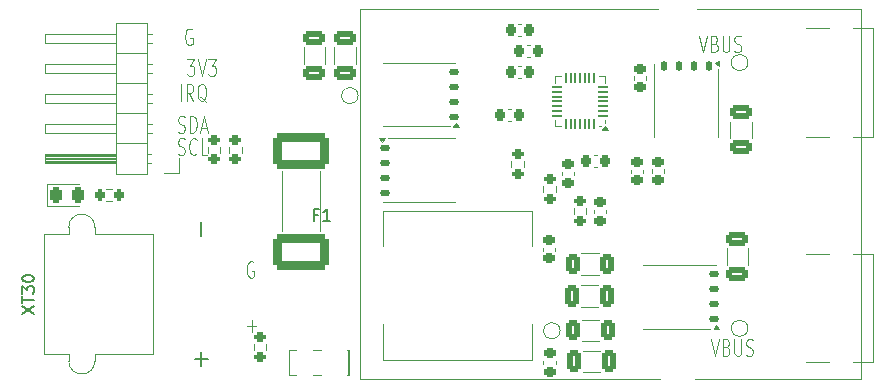
<source format=gto>
G04 #@! TF.GenerationSoftware,KiCad,Pcbnew,8.0.3*
G04 #@! TF.CreationDate,2024-07-01T21:16:25+08:00*
G04 #@! TF.ProjectId,PD board,50442062-6f61-4726-942e-6b696361645f,rev?*
G04 #@! TF.SameCoordinates,Original*
G04 #@! TF.FileFunction,Legend,Top*
G04 #@! TF.FilePolarity,Positive*
%FSLAX46Y46*%
G04 Gerber Fmt 4.6, Leading zero omitted, Abs format (unit mm)*
G04 Created by KiCad (PCBNEW 8.0.3) date 2024-07-01 21:16:25*
%MOMM*%
%LPD*%
G01*
G04 APERTURE LIST*
G04 Aperture macros list*
%AMRoundRect*
0 Rectangle with rounded corners*
0 $1 Rounding radius*
0 $2 $3 $4 $5 $6 $7 $8 $9 X,Y pos of 4 corners*
0 Add a 4 corners polygon primitive as box body*
4,1,4,$2,$3,$4,$5,$6,$7,$8,$9,$2,$3,0*
0 Add four circle primitives for the rounded corners*
1,1,$1+$1,$2,$3*
1,1,$1+$1,$4,$5*
1,1,$1+$1,$6,$7*
1,1,$1+$1,$8,$9*
0 Add four rect primitives between the rounded corners*
20,1,$1+$1,$2,$3,$4,$5,0*
20,1,$1+$1,$4,$5,$6,$7,0*
20,1,$1+$1,$6,$7,$8,$9,0*
20,1,$1+$1,$8,$9,$2,$3,0*%
%AMFreePoly0*
4,1,17,2.675000,1.605000,1.875000,1.605000,1.875000,0.935000,2.675000,0.935000,2.675000,0.335000,1.875000,0.335000,1.875000,-0.335000,2.675000,-0.335000,2.675000,-0.935000,1.875000,-0.935000,1.875000,-1.605000,2.675000,-1.605000,2.675000,-2.205000,-1.875000,-2.205000,-1.875000,2.205000,2.675000,2.205000,2.675000,1.605000,2.675000,1.605000,$1*%
G04 Aperture macros list end*
%ADD10C,0.100000*%
%ADD11C,0.150000*%
%ADD12C,0.120000*%
%ADD13C,1.400000*%
%ADD14R,3.500000X3.500000*%
%ADD15C,3.500000*%
%ADD16RoundRect,0.225000X-0.250000X0.225000X-0.250000X-0.225000X0.250000X-0.225000X0.250000X0.225000X0*%
%ADD17RoundRect,0.375000X-2.000000X1.125000X-2.000000X-1.125000X2.000000X-1.125000X2.000000X1.125000X0*%
%ADD18RoundRect,0.225000X0.225000X0.250000X-0.225000X0.250000X-0.225000X-0.250000X0.225000X-0.250000X0*%
%ADD19RoundRect,0.250000X-0.650000X0.325000X-0.650000X-0.325000X0.650000X-0.325000X0.650000X0.325000X0*%
%ADD20RoundRect,0.062500X0.350000X0.062500X-0.350000X0.062500X-0.350000X-0.062500X0.350000X-0.062500X0*%
%ADD21RoundRect,0.062500X0.062500X0.350000X-0.062500X0.350000X-0.062500X-0.350000X0.062500X-0.350000X0*%
%ADD22R,2.400000X2.400000*%
%ADD23C,1.000000*%
%ADD24RoundRect,0.243750X-0.243750X-0.456250X0.243750X-0.456250X0.243750X0.456250X-0.243750X0.456250X0*%
%ADD25R,2.900000X5.400000*%
%ADD26RoundRect,0.250000X-0.325000X-0.650000X0.325000X-0.650000X0.325000X0.650000X-0.325000X0.650000X0*%
%ADD27FreePoly0,0.000000*%
%ADD28RoundRect,0.125000X-0.300000X-0.125000X0.300000X-0.125000X0.300000X0.125000X-0.300000X0.125000X0*%
%ADD29C,0.650000*%
%ADD30R,1.240000X0.600000*%
%ADD31R,1.240000X0.300000*%
%ADD32O,2.100000X1.000000*%
%ADD33O,1.800000X1.000000*%
%ADD34RoundRect,0.200000X0.275000X-0.200000X0.275000X0.200000X-0.275000X0.200000X-0.275000X-0.200000X0*%
%ADD35R,1.800000X1.800000*%
%ADD36C,1.800000*%
%ADD37R,1.700000X1.700000*%
%ADD38O,1.700000X1.700000*%
%ADD39RoundRect,0.225000X0.250000X-0.225000X0.250000X0.225000X-0.250000X0.225000X-0.250000X-0.225000X0*%
%ADD40FreePoly0,180.000000*%
%ADD41RoundRect,0.125000X0.300000X0.125000X-0.300000X0.125000X-0.300000X-0.125000X0.300000X-0.125000X0*%
%ADD42RoundRect,0.200000X0.200000X0.275000X-0.200000X0.275000X-0.200000X-0.275000X0.200000X-0.275000X0*%
%ADD43C,3.800000*%
%ADD44RoundRect,0.250000X0.650000X-0.325000X0.650000X0.325000X-0.650000X0.325000X-0.650000X-0.325000X0*%
%ADD45RoundRect,0.250000X-0.312500X-0.625000X0.312500X-0.625000X0.312500X0.625000X-0.312500X0.625000X0*%
%ADD46RoundRect,0.200000X-0.275000X0.200000X-0.275000X-0.200000X0.275000X-0.200000X0.275000X0.200000X0*%
%ADD47FreePoly0,270.000000*%
%ADD48RoundRect,0.125000X-0.125000X0.300000X-0.125000X-0.300000X0.125000X-0.300000X0.125000X0.300000X0*%
%ADD49RoundRect,0.225000X-0.225000X-0.250000X0.225000X-0.250000X0.225000X0.250000X-0.225000X0.250000X0*%
G04 APERTURE END LIST*
D10*
X77075000Y-51900000D02*
X119475000Y-51900000D01*
X119475000Y-83200000D01*
X77075000Y-83200000D01*
X77075000Y-51900000D01*
X68027693Y-73290133D02*
X67932455Y-73223466D01*
X67932455Y-73223466D02*
X67789598Y-73223466D01*
X67789598Y-73223466D02*
X67646741Y-73290133D01*
X67646741Y-73290133D02*
X67551503Y-73423466D01*
X67551503Y-73423466D02*
X67503884Y-73556800D01*
X67503884Y-73556800D02*
X67456265Y-73823466D01*
X67456265Y-73823466D02*
X67456265Y-74023466D01*
X67456265Y-74023466D02*
X67503884Y-74290133D01*
X67503884Y-74290133D02*
X67551503Y-74423466D01*
X67551503Y-74423466D02*
X67646741Y-74556800D01*
X67646741Y-74556800D02*
X67789598Y-74623466D01*
X67789598Y-74623466D02*
X67884836Y-74623466D01*
X67884836Y-74623466D02*
X68027693Y-74556800D01*
X68027693Y-74556800D02*
X68075312Y-74490133D01*
X68075312Y-74490133D02*
X68075312Y-74023466D01*
X68075312Y-74023466D02*
X67884836Y-74023466D01*
X62408646Y-56123466D02*
X63027693Y-56123466D01*
X63027693Y-56123466D02*
X62694360Y-56656800D01*
X62694360Y-56656800D02*
X62837217Y-56656800D01*
X62837217Y-56656800D02*
X62932455Y-56723466D01*
X62932455Y-56723466D02*
X62980074Y-56790133D01*
X62980074Y-56790133D02*
X63027693Y-56923466D01*
X63027693Y-56923466D02*
X63027693Y-57256800D01*
X63027693Y-57256800D02*
X62980074Y-57390133D01*
X62980074Y-57390133D02*
X62932455Y-57456800D01*
X62932455Y-57456800D02*
X62837217Y-57523466D01*
X62837217Y-57523466D02*
X62551503Y-57523466D01*
X62551503Y-57523466D02*
X62456265Y-57456800D01*
X62456265Y-57456800D02*
X62408646Y-57390133D01*
X63313408Y-56123466D02*
X63646741Y-57523466D01*
X63646741Y-57523466D02*
X63980074Y-56123466D01*
X64218170Y-56123466D02*
X64837217Y-56123466D01*
X64837217Y-56123466D02*
X64503884Y-56656800D01*
X64503884Y-56656800D02*
X64646741Y-56656800D01*
X64646741Y-56656800D02*
X64741979Y-56723466D01*
X64741979Y-56723466D02*
X64789598Y-56790133D01*
X64789598Y-56790133D02*
X64837217Y-56923466D01*
X64837217Y-56923466D02*
X64837217Y-57256800D01*
X64837217Y-57256800D02*
X64789598Y-57390133D01*
X64789598Y-57390133D02*
X64741979Y-57456800D01*
X64741979Y-57456800D02*
X64646741Y-57523466D01*
X64646741Y-57523466D02*
X64361027Y-57523466D01*
X64361027Y-57523466D02*
X64265789Y-57456800D01*
X64265789Y-57456800D02*
X64218170Y-57390133D01*
X67503884Y-78690133D02*
X68265789Y-78690133D01*
X67884836Y-79223466D02*
X67884836Y-78156800D01*
X61656265Y-64156800D02*
X61799122Y-64223466D01*
X61799122Y-64223466D02*
X62037217Y-64223466D01*
X62037217Y-64223466D02*
X62132455Y-64156800D01*
X62132455Y-64156800D02*
X62180074Y-64090133D01*
X62180074Y-64090133D02*
X62227693Y-63956800D01*
X62227693Y-63956800D02*
X62227693Y-63823466D01*
X62227693Y-63823466D02*
X62180074Y-63690133D01*
X62180074Y-63690133D02*
X62132455Y-63623466D01*
X62132455Y-63623466D02*
X62037217Y-63556800D01*
X62037217Y-63556800D02*
X61846741Y-63490133D01*
X61846741Y-63490133D02*
X61751503Y-63423466D01*
X61751503Y-63423466D02*
X61703884Y-63356800D01*
X61703884Y-63356800D02*
X61656265Y-63223466D01*
X61656265Y-63223466D02*
X61656265Y-63090133D01*
X61656265Y-63090133D02*
X61703884Y-62956800D01*
X61703884Y-62956800D02*
X61751503Y-62890133D01*
X61751503Y-62890133D02*
X61846741Y-62823466D01*
X61846741Y-62823466D02*
X62084836Y-62823466D01*
X62084836Y-62823466D02*
X62227693Y-62890133D01*
X63227693Y-64090133D02*
X63180074Y-64156800D01*
X63180074Y-64156800D02*
X63037217Y-64223466D01*
X63037217Y-64223466D02*
X62941979Y-64223466D01*
X62941979Y-64223466D02*
X62799122Y-64156800D01*
X62799122Y-64156800D02*
X62703884Y-64023466D01*
X62703884Y-64023466D02*
X62656265Y-63890133D01*
X62656265Y-63890133D02*
X62608646Y-63623466D01*
X62608646Y-63623466D02*
X62608646Y-63423466D01*
X62608646Y-63423466D02*
X62656265Y-63156800D01*
X62656265Y-63156800D02*
X62703884Y-63023466D01*
X62703884Y-63023466D02*
X62799122Y-62890133D01*
X62799122Y-62890133D02*
X62941979Y-62823466D01*
X62941979Y-62823466D02*
X63037217Y-62823466D01*
X63037217Y-62823466D02*
X63180074Y-62890133D01*
X63180074Y-62890133D02*
X63227693Y-62956800D01*
X64132455Y-64223466D02*
X63656265Y-64223466D01*
X63656265Y-64223466D02*
X63656265Y-62823466D01*
X105761027Y-54123466D02*
X106094360Y-55523466D01*
X106094360Y-55523466D02*
X106427693Y-54123466D01*
X107094360Y-54790133D02*
X107237217Y-54856800D01*
X107237217Y-54856800D02*
X107284836Y-54923466D01*
X107284836Y-54923466D02*
X107332455Y-55056800D01*
X107332455Y-55056800D02*
X107332455Y-55256800D01*
X107332455Y-55256800D02*
X107284836Y-55390133D01*
X107284836Y-55390133D02*
X107237217Y-55456800D01*
X107237217Y-55456800D02*
X107141979Y-55523466D01*
X107141979Y-55523466D02*
X106761027Y-55523466D01*
X106761027Y-55523466D02*
X106761027Y-54123466D01*
X106761027Y-54123466D02*
X107094360Y-54123466D01*
X107094360Y-54123466D02*
X107189598Y-54190133D01*
X107189598Y-54190133D02*
X107237217Y-54256800D01*
X107237217Y-54256800D02*
X107284836Y-54390133D01*
X107284836Y-54390133D02*
X107284836Y-54523466D01*
X107284836Y-54523466D02*
X107237217Y-54656800D01*
X107237217Y-54656800D02*
X107189598Y-54723466D01*
X107189598Y-54723466D02*
X107094360Y-54790133D01*
X107094360Y-54790133D02*
X106761027Y-54790133D01*
X107761027Y-54123466D02*
X107761027Y-55256800D01*
X107761027Y-55256800D02*
X107808646Y-55390133D01*
X107808646Y-55390133D02*
X107856265Y-55456800D01*
X107856265Y-55456800D02*
X107951503Y-55523466D01*
X107951503Y-55523466D02*
X108141979Y-55523466D01*
X108141979Y-55523466D02*
X108237217Y-55456800D01*
X108237217Y-55456800D02*
X108284836Y-55390133D01*
X108284836Y-55390133D02*
X108332455Y-55256800D01*
X108332455Y-55256800D02*
X108332455Y-54123466D01*
X108761027Y-55456800D02*
X108903884Y-55523466D01*
X108903884Y-55523466D02*
X109141979Y-55523466D01*
X109141979Y-55523466D02*
X109237217Y-55456800D01*
X109237217Y-55456800D02*
X109284836Y-55390133D01*
X109284836Y-55390133D02*
X109332455Y-55256800D01*
X109332455Y-55256800D02*
X109332455Y-55123466D01*
X109332455Y-55123466D02*
X109284836Y-54990133D01*
X109284836Y-54990133D02*
X109237217Y-54923466D01*
X109237217Y-54923466D02*
X109141979Y-54856800D01*
X109141979Y-54856800D02*
X108951503Y-54790133D01*
X108951503Y-54790133D02*
X108856265Y-54723466D01*
X108856265Y-54723466D02*
X108808646Y-54656800D01*
X108808646Y-54656800D02*
X108761027Y-54523466D01*
X108761027Y-54523466D02*
X108761027Y-54390133D01*
X108761027Y-54390133D02*
X108808646Y-54256800D01*
X108808646Y-54256800D02*
X108856265Y-54190133D01*
X108856265Y-54190133D02*
X108951503Y-54123466D01*
X108951503Y-54123466D02*
X109189598Y-54123466D01*
X109189598Y-54123466D02*
X109332455Y-54190133D01*
X106761027Y-79823466D02*
X107094360Y-81223466D01*
X107094360Y-81223466D02*
X107427693Y-79823466D01*
X108094360Y-80490133D02*
X108237217Y-80556800D01*
X108237217Y-80556800D02*
X108284836Y-80623466D01*
X108284836Y-80623466D02*
X108332455Y-80756800D01*
X108332455Y-80756800D02*
X108332455Y-80956800D01*
X108332455Y-80956800D02*
X108284836Y-81090133D01*
X108284836Y-81090133D02*
X108237217Y-81156800D01*
X108237217Y-81156800D02*
X108141979Y-81223466D01*
X108141979Y-81223466D02*
X107761027Y-81223466D01*
X107761027Y-81223466D02*
X107761027Y-79823466D01*
X107761027Y-79823466D02*
X108094360Y-79823466D01*
X108094360Y-79823466D02*
X108189598Y-79890133D01*
X108189598Y-79890133D02*
X108237217Y-79956800D01*
X108237217Y-79956800D02*
X108284836Y-80090133D01*
X108284836Y-80090133D02*
X108284836Y-80223466D01*
X108284836Y-80223466D02*
X108237217Y-80356800D01*
X108237217Y-80356800D02*
X108189598Y-80423466D01*
X108189598Y-80423466D02*
X108094360Y-80490133D01*
X108094360Y-80490133D02*
X107761027Y-80490133D01*
X108761027Y-79823466D02*
X108761027Y-80956800D01*
X108761027Y-80956800D02*
X108808646Y-81090133D01*
X108808646Y-81090133D02*
X108856265Y-81156800D01*
X108856265Y-81156800D02*
X108951503Y-81223466D01*
X108951503Y-81223466D02*
X109141979Y-81223466D01*
X109141979Y-81223466D02*
X109237217Y-81156800D01*
X109237217Y-81156800D02*
X109284836Y-81090133D01*
X109284836Y-81090133D02*
X109332455Y-80956800D01*
X109332455Y-80956800D02*
X109332455Y-79823466D01*
X109761027Y-81156800D02*
X109903884Y-81223466D01*
X109903884Y-81223466D02*
X110141979Y-81223466D01*
X110141979Y-81223466D02*
X110237217Y-81156800D01*
X110237217Y-81156800D02*
X110284836Y-81090133D01*
X110284836Y-81090133D02*
X110332455Y-80956800D01*
X110332455Y-80956800D02*
X110332455Y-80823466D01*
X110332455Y-80823466D02*
X110284836Y-80690133D01*
X110284836Y-80690133D02*
X110237217Y-80623466D01*
X110237217Y-80623466D02*
X110141979Y-80556800D01*
X110141979Y-80556800D02*
X109951503Y-80490133D01*
X109951503Y-80490133D02*
X109856265Y-80423466D01*
X109856265Y-80423466D02*
X109808646Y-80356800D01*
X109808646Y-80356800D02*
X109761027Y-80223466D01*
X109761027Y-80223466D02*
X109761027Y-80090133D01*
X109761027Y-80090133D02*
X109808646Y-79956800D01*
X109808646Y-79956800D02*
X109856265Y-79890133D01*
X109856265Y-79890133D02*
X109951503Y-79823466D01*
X109951503Y-79823466D02*
X110189598Y-79823466D01*
X110189598Y-79823466D02*
X110332455Y-79890133D01*
X61656265Y-62256800D02*
X61799122Y-62323466D01*
X61799122Y-62323466D02*
X62037217Y-62323466D01*
X62037217Y-62323466D02*
X62132455Y-62256800D01*
X62132455Y-62256800D02*
X62180074Y-62190133D01*
X62180074Y-62190133D02*
X62227693Y-62056800D01*
X62227693Y-62056800D02*
X62227693Y-61923466D01*
X62227693Y-61923466D02*
X62180074Y-61790133D01*
X62180074Y-61790133D02*
X62132455Y-61723466D01*
X62132455Y-61723466D02*
X62037217Y-61656800D01*
X62037217Y-61656800D02*
X61846741Y-61590133D01*
X61846741Y-61590133D02*
X61751503Y-61523466D01*
X61751503Y-61523466D02*
X61703884Y-61456800D01*
X61703884Y-61456800D02*
X61656265Y-61323466D01*
X61656265Y-61323466D02*
X61656265Y-61190133D01*
X61656265Y-61190133D02*
X61703884Y-61056800D01*
X61703884Y-61056800D02*
X61751503Y-60990133D01*
X61751503Y-60990133D02*
X61846741Y-60923466D01*
X61846741Y-60923466D02*
X62084836Y-60923466D01*
X62084836Y-60923466D02*
X62227693Y-60990133D01*
X62656265Y-62323466D02*
X62656265Y-60923466D01*
X62656265Y-60923466D02*
X62894360Y-60923466D01*
X62894360Y-60923466D02*
X63037217Y-60990133D01*
X63037217Y-60990133D02*
X63132455Y-61123466D01*
X63132455Y-61123466D02*
X63180074Y-61256800D01*
X63180074Y-61256800D02*
X63227693Y-61523466D01*
X63227693Y-61523466D02*
X63227693Y-61723466D01*
X63227693Y-61723466D02*
X63180074Y-61990133D01*
X63180074Y-61990133D02*
X63132455Y-62123466D01*
X63132455Y-62123466D02*
X63037217Y-62256800D01*
X63037217Y-62256800D02*
X62894360Y-62323466D01*
X62894360Y-62323466D02*
X62656265Y-62323466D01*
X63608646Y-61923466D02*
X64084836Y-61923466D01*
X63513408Y-62323466D02*
X63846741Y-60923466D01*
X63846741Y-60923466D02*
X64180074Y-62323466D01*
X62827693Y-53590133D02*
X62732455Y-53523466D01*
X62732455Y-53523466D02*
X62589598Y-53523466D01*
X62589598Y-53523466D02*
X62446741Y-53590133D01*
X62446741Y-53590133D02*
X62351503Y-53723466D01*
X62351503Y-53723466D02*
X62303884Y-53856800D01*
X62303884Y-53856800D02*
X62256265Y-54123466D01*
X62256265Y-54123466D02*
X62256265Y-54323466D01*
X62256265Y-54323466D02*
X62303884Y-54590133D01*
X62303884Y-54590133D02*
X62351503Y-54723466D01*
X62351503Y-54723466D02*
X62446741Y-54856800D01*
X62446741Y-54856800D02*
X62589598Y-54923466D01*
X62589598Y-54923466D02*
X62684836Y-54923466D01*
X62684836Y-54923466D02*
X62827693Y-54856800D01*
X62827693Y-54856800D02*
X62875312Y-54790133D01*
X62875312Y-54790133D02*
X62875312Y-54323466D01*
X62875312Y-54323466D02*
X62684836Y-54323466D01*
X61903884Y-59623466D02*
X61903884Y-58223466D01*
X62951502Y-59623466D02*
X62618169Y-58956800D01*
X62380074Y-59623466D02*
X62380074Y-58223466D01*
X62380074Y-58223466D02*
X62761026Y-58223466D01*
X62761026Y-58223466D02*
X62856264Y-58290133D01*
X62856264Y-58290133D02*
X62903883Y-58356800D01*
X62903883Y-58356800D02*
X62951502Y-58490133D01*
X62951502Y-58490133D02*
X62951502Y-58690133D01*
X62951502Y-58690133D02*
X62903883Y-58823466D01*
X62903883Y-58823466D02*
X62856264Y-58890133D01*
X62856264Y-58890133D02*
X62761026Y-58956800D01*
X62761026Y-58956800D02*
X62380074Y-58956800D01*
X64046740Y-59756800D02*
X63951502Y-59690133D01*
X63951502Y-59690133D02*
X63856264Y-59556800D01*
X63856264Y-59556800D02*
X63713407Y-59356800D01*
X63713407Y-59356800D02*
X63618169Y-59290133D01*
X63618169Y-59290133D02*
X63522931Y-59290133D01*
X63570550Y-59623466D02*
X63475312Y-59556800D01*
X63475312Y-59556800D02*
X63380074Y-59423466D01*
X63380074Y-59423466D02*
X63332455Y-59156800D01*
X63332455Y-59156800D02*
X63332455Y-58690133D01*
X63332455Y-58690133D02*
X63380074Y-58423466D01*
X63380074Y-58423466D02*
X63475312Y-58290133D01*
X63475312Y-58290133D02*
X63570550Y-58223466D01*
X63570550Y-58223466D02*
X63761026Y-58223466D01*
X63761026Y-58223466D02*
X63856264Y-58290133D01*
X63856264Y-58290133D02*
X63951502Y-58423466D01*
X63951502Y-58423466D02*
X63999121Y-58690133D01*
X63999121Y-58690133D02*
X63999121Y-59156800D01*
X63999121Y-59156800D02*
X63951502Y-59423466D01*
X63951502Y-59423466D02*
X63856264Y-59556800D01*
X63856264Y-59556800D02*
X63761026Y-59623466D01*
X63761026Y-59623466D02*
X63570550Y-59623466D01*
D11*
X48454819Y-77666666D02*
X49454819Y-77000000D01*
X48454819Y-77000000D02*
X49454819Y-77666666D01*
X48454819Y-76761904D02*
X48454819Y-76190476D01*
X49454819Y-76476190D02*
X48454819Y-76476190D01*
X48454819Y-75952380D02*
X48454819Y-75333333D01*
X48454819Y-75333333D02*
X48835771Y-75666666D01*
X48835771Y-75666666D02*
X48835771Y-75523809D01*
X48835771Y-75523809D02*
X48883390Y-75428571D01*
X48883390Y-75428571D02*
X48931009Y-75380952D01*
X48931009Y-75380952D02*
X49026247Y-75333333D01*
X49026247Y-75333333D02*
X49264342Y-75333333D01*
X49264342Y-75333333D02*
X49359580Y-75380952D01*
X49359580Y-75380952D02*
X49407200Y-75428571D01*
X49407200Y-75428571D02*
X49454819Y-75523809D01*
X49454819Y-75523809D02*
X49454819Y-75809523D01*
X49454819Y-75809523D02*
X49407200Y-75904761D01*
X49407200Y-75904761D02*
X49359580Y-75952380D01*
X48454819Y-74714285D02*
X48454819Y-74619047D01*
X48454819Y-74619047D02*
X48502438Y-74523809D01*
X48502438Y-74523809D02*
X48550057Y-74476190D01*
X48550057Y-74476190D02*
X48645295Y-74428571D01*
X48645295Y-74428571D02*
X48835771Y-74380952D01*
X48835771Y-74380952D02*
X49073866Y-74380952D01*
X49073866Y-74380952D02*
X49264342Y-74428571D01*
X49264342Y-74428571D02*
X49359580Y-74476190D01*
X49359580Y-74476190D02*
X49407200Y-74523809D01*
X49407200Y-74523809D02*
X49454819Y-74619047D01*
X49454819Y-74619047D02*
X49454819Y-74714285D01*
X49454819Y-74714285D02*
X49407200Y-74809523D01*
X49407200Y-74809523D02*
X49359580Y-74857142D01*
X49359580Y-74857142D02*
X49264342Y-74904761D01*
X49264342Y-74904761D02*
X49073866Y-74952380D01*
X49073866Y-74952380D02*
X48835771Y-74952380D01*
X48835771Y-74952380D02*
X48645295Y-74904761D01*
X48645295Y-74904761D02*
X48550057Y-74857142D01*
X48550057Y-74857142D02*
X48502438Y-74809523D01*
X48502438Y-74809523D02*
X48454819Y-74714285D01*
X63614700Y-71071428D02*
X63614700Y-69928571D01*
X63614700Y-82071428D02*
X63614700Y-80928571D01*
X64186128Y-81499999D02*
X63043271Y-81499999D01*
X73466666Y-69281009D02*
X73133333Y-69281009D01*
X73133333Y-69804819D02*
X73133333Y-68804819D01*
X73133333Y-68804819D02*
X73609523Y-68804819D01*
X74514285Y-69804819D02*
X73942857Y-69804819D01*
X74228571Y-69804819D02*
X74228571Y-68804819D01*
X74228571Y-68804819D02*
X74133333Y-68947676D01*
X74133333Y-68947676D02*
X74038095Y-69042914D01*
X74038095Y-69042914D02*
X73942857Y-69090533D01*
D12*
X52390000Y-81650000D02*
X52390000Y-81060000D01*
X54610000Y-81650000D02*
X54610000Y-81060000D01*
X50290000Y-81060000D02*
X52390000Y-81060000D01*
X50290000Y-81060000D02*
X50290000Y-70940000D01*
X54610000Y-81060000D02*
X59510000Y-81060000D01*
X59510000Y-81060000D02*
X59510000Y-70940000D01*
X50290000Y-70940000D02*
X52390000Y-70940000D01*
X52390000Y-70940000D02*
X52390000Y-70350000D01*
X54610000Y-70940000D02*
X59510000Y-70940000D01*
X54610000Y-70940000D02*
X54610000Y-70350000D01*
X54610000Y-81650000D02*
G75*
G02*
X52390000Y-81650000I-1110000J0D01*
G01*
X52390000Y-70350000D02*
G75*
G02*
X54610000Y-70350000I1110000J0D01*
G01*
X99965000Y-65459420D02*
X99965000Y-65740580D01*
X100985000Y-65459420D02*
X100985000Y-65740580D01*
X70490000Y-65600000D02*
X70490000Y-70700000D01*
X73710000Y-65600000D02*
X73710000Y-70700000D01*
X90715580Y-53090000D02*
X90434420Y-53090000D01*
X90715580Y-54110000D02*
X90434420Y-54110000D01*
X108390000Y-61388748D02*
X108390000Y-62811252D01*
X110210000Y-61388748D02*
X110210000Y-62811252D01*
X93575000Y-57570000D02*
X93575000Y-58095000D01*
X93575000Y-61790000D02*
X93575000Y-61265000D01*
X94100000Y-57570000D02*
X93575000Y-57570000D01*
X94100000Y-61790000D02*
X93575000Y-61790000D01*
X97270000Y-57570000D02*
X97795000Y-57570000D01*
X97270000Y-61790000D02*
X97495000Y-61790000D01*
X97795000Y-57570000D02*
X97795000Y-58095000D01*
X97795000Y-61265000D02*
X97795000Y-61550000D01*
X98035000Y-62120000D02*
X97555000Y-62120000D01*
X97795000Y-61790000D01*
X98035000Y-62120000D01*
G36*
X98035000Y-62120000D02*
G01*
X97555000Y-62120000D01*
X97795000Y-61790000D01*
X98035000Y-62120000D01*
G37*
X76900000Y-59200000D02*
G75*
G02*
X75500000Y-59200000I-700000J0D01*
G01*
X75500000Y-59200000D02*
G75*
G02*
X76900000Y-59200000I700000J0D01*
G01*
X50540000Y-66640000D02*
X50540000Y-68560000D01*
X50540000Y-68560000D02*
X53225000Y-68560000D01*
X53225000Y-66640000D02*
X50540000Y-66640000D01*
X78985000Y-68950000D02*
X91585000Y-68950000D01*
X78985000Y-71950000D02*
X78985000Y-68950000D01*
X78985000Y-81550000D02*
X78985000Y-78550000D01*
X91585000Y-68950000D02*
X91585000Y-71950000D01*
X91585000Y-78550000D02*
X91585000Y-81550000D01*
X91585000Y-81550000D02*
X78985000Y-81550000D01*
X95773748Y-75270000D02*
X97196252Y-75270000D01*
X95773748Y-77090000D02*
X97196252Y-77090000D01*
X85130000Y-62820000D02*
X79450000Y-62820000D01*
X85130000Y-68190000D02*
X79010000Y-68190000D01*
X78938378Y-63084730D02*
X78698378Y-62754730D01*
X79178378Y-62754730D01*
X78938378Y-63084730D01*
G36*
X78938378Y-63084730D02*
G01*
X78698378Y-62754730D01*
X79178378Y-62754730D01*
X78938378Y-63084730D01*
G37*
X114850000Y-81780000D02*
X116770000Y-81780000D01*
X116770000Y-72620000D02*
X114850000Y-72620000D01*
X118780000Y-72620000D02*
X120485000Y-72620000D01*
X120485000Y-72620000D02*
X120485000Y-81780000D01*
X120485000Y-81780000D02*
X118780000Y-81780000D01*
X95152500Y-69217258D02*
X95152500Y-68742742D01*
X96197500Y-69217258D02*
X96197500Y-68742742D01*
X71045000Y-82860000D02*
X71045000Y-80740000D01*
X71605000Y-80740000D02*
X71045000Y-80740000D01*
X71605000Y-82860000D02*
X71045000Y-82860000D01*
X73795000Y-80740000D02*
X73064000Y-80740000D01*
X73795000Y-82860000D02*
X73064000Y-82860000D01*
X76045000Y-82860000D02*
X76045000Y-80740000D01*
X76165000Y-80740000D02*
X75955000Y-80740000D01*
X76165000Y-82860000D02*
X75955000Y-82860000D01*
X76165000Y-82860000D02*
X76165000Y-80740000D01*
X65977500Y-64012258D02*
X65977500Y-63537742D01*
X67022500Y-64012258D02*
X67022500Y-63537742D01*
X50400000Y-53960000D02*
X56400000Y-53960000D01*
X50400000Y-54720000D02*
X50400000Y-53960000D01*
X50400000Y-56500000D02*
X56400000Y-56500000D01*
X50400000Y-57260000D02*
X50400000Y-56500000D01*
X50400000Y-59040000D02*
X56400000Y-59040000D01*
X50400000Y-59800000D02*
X50400000Y-59040000D01*
X50400000Y-61580000D02*
X56400000Y-61580000D01*
X50400000Y-62340000D02*
X50400000Y-61580000D01*
X50400000Y-64120000D02*
X56400000Y-64120000D01*
X50400000Y-64880000D02*
X50400000Y-64120000D01*
X56400000Y-53010000D02*
X56400000Y-65830000D01*
X56400000Y-54720000D02*
X50400000Y-54720000D01*
X56400000Y-57260000D02*
X50400000Y-57260000D01*
X56400000Y-59800000D02*
X50400000Y-59800000D01*
X56400000Y-62340000D02*
X50400000Y-62340000D01*
X56400000Y-64220000D02*
X50400000Y-64220000D01*
X56400000Y-64340000D02*
X50400000Y-64340000D01*
X56400000Y-64460000D02*
X50400000Y-64460000D01*
X56400000Y-64580000D02*
X50400000Y-64580000D01*
X56400000Y-64700000D02*
X50400000Y-64700000D01*
X56400000Y-64820000D02*
X50400000Y-64820000D01*
X56400000Y-64880000D02*
X50400000Y-64880000D01*
X56400000Y-65830000D02*
X59060000Y-65830000D01*
X59060000Y-53010000D02*
X56400000Y-53010000D01*
X59060000Y-55610000D02*
X56400000Y-55610000D01*
X59060000Y-58150000D02*
X56400000Y-58150000D01*
X59060000Y-60690000D02*
X56400000Y-60690000D01*
X59060000Y-63230000D02*
X56400000Y-63230000D01*
X59060000Y-65830000D02*
X59060000Y-53010000D01*
X59390000Y-64120000D02*
X59060000Y-64120000D01*
X59390000Y-64880000D02*
X59060000Y-64880000D01*
X59457071Y-53960000D02*
X59060000Y-53960000D01*
X59457071Y-54720000D02*
X59060000Y-54720000D01*
X59457071Y-56500000D02*
X59060000Y-56500000D01*
X59457071Y-57260000D02*
X59060000Y-57260000D01*
X59457071Y-59040000D02*
X59060000Y-59040000D01*
X59457071Y-59800000D02*
X59060000Y-59800000D01*
X59457071Y-61580000D02*
X59060000Y-61580000D01*
X59457071Y-62340000D02*
X59060000Y-62340000D01*
X61770000Y-64500000D02*
X61770000Y-65770000D01*
X61770000Y-65770000D02*
X60500000Y-65770000D01*
X100290000Y-57840580D02*
X100290000Y-57559420D01*
X101310000Y-57840580D02*
X101310000Y-57559420D01*
X96865000Y-69145580D02*
X96865000Y-68864420D01*
X97885000Y-69145580D02*
X97885000Y-68864420D01*
X101040000Y-73550000D02*
X107160000Y-73550000D01*
X101040000Y-78920000D02*
X106720000Y-78920000D01*
X107471622Y-78985270D02*
X106991622Y-78985270D01*
X107231622Y-78655270D01*
X107471622Y-78985270D01*
G36*
X107471622Y-78985270D02*
G01*
X106991622Y-78985270D01*
X107231622Y-78655270D01*
X107471622Y-78985270D01*
G37*
X56062258Y-67077500D02*
X55587742Y-67077500D01*
X56062258Y-68122500D02*
X55587742Y-68122500D01*
X89877500Y-65237258D02*
X89877500Y-64762742D01*
X90922500Y-65237258D02*
X90922500Y-64762742D01*
X92575000Y-72340580D02*
X92575000Y-72059420D01*
X93595000Y-72340580D02*
X93595000Y-72059420D01*
X89840580Y-60290000D02*
X89559420Y-60290000D01*
X89840580Y-61310000D02*
X89559420Y-61310000D01*
X95913748Y-80790000D02*
X97336252Y-80790000D01*
X95913748Y-82610000D02*
X97336252Y-82610000D01*
X108090000Y-73511252D02*
X108090000Y-72088748D01*
X109910000Y-73511252D02*
X109910000Y-72088748D01*
X94000000Y-79100000D02*
G75*
G02*
X92600000Y-79100000I-700000J0D01*
G01*
X92600000Y-79100000D02*
G75*
G02*
X94000000Y-79100000I700000J0D01*
G01*
X95807936Y-72540000D02*
X97262064Y-72540000D01*
X95807936Y-74360000D02*
X97262064Y-74360000D01*
X68077500Y-80262742D02*
X68077500Y-80737258D01*
X69122500Y-80262742D02*
X69122500Y-80737258D01*
X74890000Y-56511252D02*
X74890000Y-55088748D01*
X76710000Y-56511252D02*
X76710000Y-55088748D01*
X79015000Y-56410000D02*
X85135000Y-56410000D01*
X79015000Y-61780000D02*
X84695000Y-61780000D01*
X85446622Y-61845270D02*
X84966622Y-61845270D01*
X85206622Y-61515270D01*
X85446622Y-61845270D01*
G36*
X85446622Y-61845270D02*
G01*
X84966622Y-61845270D01*
X85206622Y-61515270D01*
X85446622Y-61845270D01*
G37*
X101985000Y-62660000D02*
X101985000Y-56540000D01*
X107355000Y-62660000D02*
X107355000Y-56980000D01*
X107420270Y-56708378D02*
X107090270Y-56468378D01*
X107420270Y-56228378D01*
X107420270Y-56708378D01*
G36*
X107420270Y-56708378D02*
G01*
X107090270Y-56468378D01*
X107420270Y-56228378D01*
X107420270Y-56708378D01*
G37*
X97140580Y-64190000D02*
X96859420Y-64190000D01*
X97140580Y-65210000D02*
X96859420Y-65210000D01*
X114835000Y-62660000D02*
X116755000Y-62660000D01*
X116755000Y-53500000D02*
X114835000Y-53500000D01*
X118765000Y-53500000D02*
X120470000Y-53500000D01*
X120470000Y-53500000D02*
X120470000Y-62660000D01*
X120470000Y-62660000D02*
X118765000Y-62660000D01*
X91465580Y-54890000D02*
X91184420Y-54890000D01*
X91465580Y-55910000D02*
X91184420Y-55910000D01*
X109900000Y-78900000D02*
G75*
G02*
X108500000Y-78900000I-700000J0D01*
G01*
X108500000Y-78900000D02*
G75*
G02*
X109900000Y-78900000I700000J0D01*
G01*
X109900000Y-56400000D02*
G75*
G02*
X108500000Y-56400000I-700000J0D01*
G01*
X108500000Y-56400000D02*
G75*
G02*
X109900000Y-56400000I700000J0D01*
G01*
X92590000Y-81659420D02*
X92590000Y-81940580D01*
X93610000Y-81659420D02*
X93610000Y-81940580D01*
X95857936Y-78170000D02*
X97312064Y-78170000D01*
X95857936Y-79990000D02*
X97312064Y-79990000D01*
X64177500Y-64012258D02*
X64177500Y-63537742D01*
X65222500Y-64012258D02*
X65222500Y-63537742D01*
X72290000Y-56511252D02*
X72290000Y-55088748D01*
X74110000Y-56511252D02*
X74110000Y-55088748D01*
X101765000Y-65434420D02*
X101765000Y-65715580D01*
X102785000Y-65434420D02*
X102785000Y-65715580D01*
X92577500Y-67337258D02*
X92577500Y-66862742D01*
X93622500Y-67337258D02*
X93622500Y-66862742D01*
X90444420Y-56670000D02*
X90725580Y-56670000D01*
X90444420Y-57690000D02*
X90725580Y-57690000D01*
X94190000Y-65940580D02*
X94190000Y-65659420D01*
X95210000Y-65940580D02*
X95210000Y-65659420D01*
%LPC*%
D13*
X53500000Y-81500000D03*
X53500000Y-70500000D03*
D14*
X63500000Y-73500000D03*
D15*
X63500000Y-78500000D03*
D16*
X100475000Y-64825000D03*
X100475000Y-66375000D03*
D17*
X72100000Y-63900000D03*
X72100000Y-72400000D03*
D18*
X91350000Y-53600000D03*
X89800000Y-53600000D03*
D19*
X109300000Y-60625000D03*
X109300000Y-63575000D03*
D20*
X97622500Y-60880000D03*
X97622500Y-60480000D03*
X97622500Y-60080000D03*
X97622500Y-59680000D03*
X97622500Y-59280000D03*
X97622500Y-58880000D03*
X97622500Y-58480000D03*
D21*
X96885000Y-57742500D03*
X96485000Y-57742500D03*
X96085000Y-57742500D03*
X95685000Y-57742500D03*
X95285000Y-57742500D03*
X94885000Y-57742500D03*
X94485000Y-57742500D03*
D20*
X93747500Y-58480000D03*
X93747500Y-58880000D03*
X93747500Y-59280000D03*
X93747500Y-59680000D03*
X93747500Y-60080000D03*
X93747500Y-60480000D03*
X93747500Y-60880000D03*
D21*
X94485000Y-61617500D03*
X94885000Y-61617500D03*
X95285000Y-61617500D03*
X95685000Y-61617500D03*
X96085000Y-61617500D03*
X96485000Y-61617500D03*
X96885000Y-61617500D03*
D22*
X95685000Y-59680000D03*
D23*
X76200000Y-59200000D03*
D24*
X51287500Y-67600000D03*
X53162500Y-67600000D03*
D25*
X80335000Y-75250000D03*
X90235000Y-75250000D03*
D26*
X95010000Y-76180000D03*
X97960000Y-76180000D03*
D27*
X82720000Y-65505000D03*
D28*
X79170000Y-63600000D03*
X79170000Y-64870000D03*
X79170000Y-66140000D03*
X79170000Y-67410000D03*
D29*
X114095000Y-80090000D03*
X114095000Y-74310000D03*
D30*
X112975000Y-80400000D03*
X112975000Y-79600000D03*
D31*
X112975000Y-78450000D03*
X112975000Y-77450000D03*
X112975000Y-76950000D03*
X112975000Y-75950000D03*
D30*
X112975000Y-74800000D03*
X112975000Y-74000000D03*
X112975000Y-74000000D03*
X112975000Y-74800000D03*
D31*
X112975000Y-75450000D03*
X112975000Y-76450000D03*
X112975000Y-77950000D03*
X112975000Y-78950000D03*
D30*
X112975000Y-79600000D03*
X112975000Y-80400000D03*
D32*
X113575000Y-81520000D03*
D33*
X117775000Y-81520000D03*
D32*
X113575000Y-72880000D03*
D33*
X117775000Y-72880000D03*
D34*
X95675000Y-69805000D03*
X95675000Y-68155000D03*
D35*
X74875000Y-81800000D03*
D36*
X72335000Y-81800000D03*
D34*
X66500000Y-64600000D03*
X66500000Y-62950000D03*
D37*
X60500000Y-64500000D03*
D38*
X60500000Y-61960000D03*
X60500000Y-59420000D03*
X60500000Y-56880000D03*
X60500000Y-54340000D03*
D39*
X100800000Y-58475000D03*
X100800000Y-56925000D03*
X97375000Y-69780000D03*
X97375000Y-68230000D03*
D40*
X103450000Y-76235000D03*
D41*
X107000000Y-78140000D03*
X107000000Y-76870000D03*
X107000000Y-75600000D03*
X107000000Y-74330000D03*
D42*
X56650000Y-67600000D03*
X55000000Y-67600000D03*
D34*
X90400000Y-65825000D03*
X90400000Y-64175000D03*
D39*
X93085000Y-72975000D03*
X93085000Y-71425000D03*
D18*
X90475000Y-60800000D03*
X88925000Y-60800000D03*
D43*
X104000000Y-82000000D03*
D26*
X95150000Y-81700000D03*
X98100000Y-81700000D03*
D44*
X109000000Y-74275000D03*
X109000000Y-71325000D03*
D23*
X93300000Y-79100000D03*
D45*
X95072500Y-73450000D03*
X97997500Y-73450000D03*
D46*
X68600000Y-79675000D03*
X68600000Y-81325000D03*
D44*
X75800000Y-57275000D03*
X75800000Y-54325000D03*
D40*
X81425000Y-59095000D03*
D41*
X84975000Y-61000000D03*
X84975000Y-59730000D03*
X84975000Y-58460000D03*
X84975000Y-57190000D03*
D47*
X104670000Y-60250000D03*
D48*
X106575000Y-56700000D03*
X105305000Y-56700000D03*
X104035000Y-56700000D03*
X102765000Y-56700000D03*
D43*
X104000000Y-53000000D03*
D18*
X97775000Y-64700000D03*
X96225000Y-64700000D03*
D29*
X114080000Y-60970000D03*
X114080000Y-55190000D03*
D30*
X112960000Y-61280000D03*
X112960000Y-60480000D03*
D31*
X112960000Y-59330000D03*
X112960000Y-58330000D03*
X112960000Y-57830000D03*
X112960000Y-56830000D03*
D30*
X112960000Y-55680000D03*
X112960000Y-54880000D03*
X112960000Y-54880000D03*
X112960000Y-55680000D03*
D31*
X112960000Y-56330000D03*
X112960000Y-57330000D03*
X112960000Y-58830000D03*
X112960000Y-59830000D03*
D30*
X112960000Y-60480000D03*
X112960000Y-61280000D03*
D32*
X113560000Y-62400000D03*
D33*
X117760000Y-62400000D03*
D32*
X113560000Y-53760000D03*
D33*
X117760000Y-53760000D03*
D18*
X92100000Y-55400000D03*
X90550000Y-55400000D03*
D23*
X109200000Y-78900000D03*
X109200000Y-56400000D03*
D16*
X93100000Y-81025000D03*
X93100000Y-82575000D03*
D45*
X95122500Y-79080000D03*
X98047500Y-79080000D03*
D34*
X64700000Y-64600000D03*
X64700000Y-62950000D03*
D44*
X73200000Y-57275000D03*
X73200000Y-54325000D03*
D16*
X102275000Y-64800000D03*
X102275000Y-66350000D03*
D34*
X93100000Y-67925000D03*
X93100000Y-66275000D03*
D49*
X89810000Y-57180000D03*
X91360000Y-57180000D03*
D39*
X94700000Y-66575000D03*
X94700000Y-65025000D03*
%LPD*%
M02*

</source>
